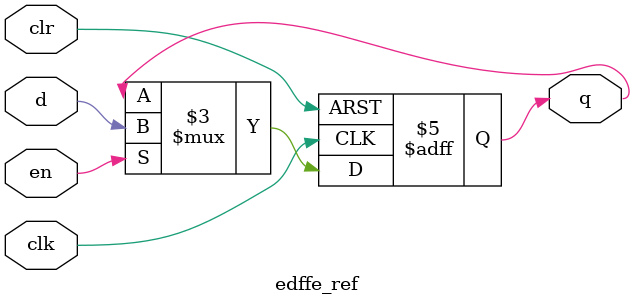
<source format=v>
module edffe_ref (q, d, clk, en, clr);
   
   //Inputs
   input d, clk, en, clr;
   
   //Internal wire
   wire clr;

   //Output
   output q;
   
   //Register
   reg q;

   //Intialize q to 0
   initial
   begin
       q = 1'b0;
   end

   //Set value of q on positive edge of the clock or clear
   always @(posedge clk or posedge clr) begin
       //If clear is high, set q to 0
       if (clr) begin
           q <= 1'b0;
       //If enable is high, set q to the value of d
       end else if (en) begin
           q <= d;
       end
   end
endmodule
</source>
